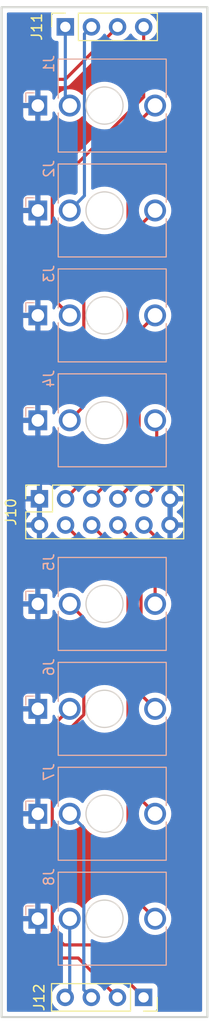
<source format=kicad_pcb>
(kicad_pcb (version 20211014) (generator pcbnew)
  (title_block (title "8x1 4HE Generic Jacks") (date "2023-01-08") (rev "1") (company "moPsy"))
  (layers (0 "F.Cu" signal) (31 "B.Cu" signal) (34 "B.Paste" user) (35 "F.Paste" user) (36 "B.SilkS" user "B.Silkscreen") (37 "F.SilkS" user "F.Silkscreen") (38 "B.Mask" user) (39 "F.Mask" user) (44 "Edge.Cuts" user))
  (net 0 "")
  (net 1 "GND")
  (net 2 "T1")
  (net 3 "TN1")
  (net 4 "T2")
  (net 5 "TN2")
  (net 6 "T3")
  (net 7 "TN3")
  (net 8 "T4")
  (net 9 "TN4")
  (net 10 "T5")
  (net 11 "TN5")
  (net 12 "T6")
  (net 13 "TN6")
  (net 14 "T7")
  (net 15 "TN7")
  (net 16 "T8")
  (net 17 "TN8")
  (footprint "Connector_PinSocket_2.54mm:PinSocket_1x04_P2.54mm_Vertical" (layer "F.Cu") (at 130.8 149.86 -90)
    (fp_text reference "J12" (at 0 10.15 -90) (layer "F.SilkS"))
    (fp_text value "TN5-8")
    (fp_line (start -1.33 8.95) (end 1.33 8.95) (layer "F.SilkS") (width 0.12))
    (fp_line (start 0 -1.33) (end 1.33 -1.33) (layer "F.SilkS") (width 0.12))
    (fp_line (start 1.33 -1.33) (end 1.33 0) (layer "F.SilkS") (width 0.12))
    (fp_line (start -1.33 1.27) (end -1.33 8.95) (layer "F.SilkS") (width 0.12))
    (fp_line (start 1.33 1.27) (end 1.33 8.95) (layer "F.SilkS") (width 0.12))
    (fp_line (start -1.33 1.27) (end 1.33 1.27) (layer "F.SilkS") (width 0.12))
    (pad "1" thru_hole rect locked (at 0 0 270) (size 1.7 1.7) (drill 1) (layers *.Cu *.Mask) (net 11 "TN5"))
    (pad "2" thru_hole oval locked (at 0 2.54 270) (size 1.7 1.7) (drill 1) (layers *.Cu *.Mask) (net 13 "TN6"))
    (pad "3" thru_hole oval locked (at 0 5.08 270) (size 1.7 1.7) (drill 1) (layers *.Cu *.Mask) (net 15 "TN7"))
    (pad "4" thru_hole oval locked (at 0 7.62 270) (size 1.7 1.7) (drill 1) (layers *.Cu *.Mask) (net 17 "TN8"))
  )
  (footprint "Connector_PinSocket_2.54mm:PinSocket_2x06_P2.54mm_Vertical" (layer "F.Cu") (at 120.675 101.58 90)
    (fp_text reference "J10" (at -1.27 -2.77 90) (layer "F.SilkS"))
    (fp_text value "T")
    (fp_line (start -3.87 -1.33) (end -1.27 -1.33) (layer "F.SilkS") (width 0.12))
    (fp_line (start -3.87 14.03) (end 1.33 14.03) (layer "F.SilkS") (width 0.12))
    (fp_line (start -1.27 1.27) (end 1.33 1.27) (layer "F.SilkS") (width 0.12))
    (fp_line (start -1.27 -1.33) (end -1.27 1.27) (layer "F.SilkS") (width 0.12))
    (fp_line (start 1.33 -1.33) (end 1.33 0) (layer "F.SilkS") (width 0.12))
    (fp_line (start 1.33 1.27) (end 1.33 14.03) (layer "F.SilkS") (width 0.12))
    (fp_line (start -3.87 -1.33) (end -3.87 14.03) (layer "F.SilkS") (width 0.12))
    (fp_line (start 0 -1.33) (end 1.33 -1.33) (layer "F.SilkS") (width 0.12))
    (pad "1" thru_hole rect locked (at 0 0 90) (size 1.7 1.7) (drill 1) (layers *.Cu *.Mask) (net 1 "GND"))
    (pad "2" thru_hole oval locked (at -2.54 0 90) (size 1.7 1.7) (drill 1) (layers *.Cu *.Mask) (net 1 "GND"))
    (pad "3" thru_hole oval locked (at 0 2.54 90) (size 1.7 1.7) (drill 1) (layers *.Cu *.Mask) (net 2 "T1"))
    (pad "4" thru_hole oval locked (at -2.54 2.54 90) (size 1.7 1.7) (drill 1) (layers *.Cu *.Mask) (net 16 "T8"))
    (pad "5" thru_hole oval locked (at 0 5.08 90) (size 1.7 1.7) (drill 1) (layers *.Cu *.Mask) (net 4 "T2"))
    (pad "6" thru_hole oval locked (at -2.54 5.08 90) (size 1.7 1.7) (drill 1) (layers *.Cu *.Mask) (net 14 "T7"))
    (pad "7" thru_hole oval locked (at 0 7.62 90) (size 1.7 1.7) (drill 1) (layers *.Cu *.Mask) (net 6 "T3"))
    (pad "8" thru_hole oval locked (at -2.54 7.62 90) (size 1.7 1.7) (drill 1) (layers *.Cu *.Mask) (net 12 "T6"))
    (pad "9" thru_hole oval locked (at 0 10.16 90) (size 1.7 1.7) (drill 1) (layers *.Cu *.Mask) (net 8 "T4"))
    (pad "10" thru_hole oval locked (at -2.54 10.16 90) (size 1.7 1.7) (drill 1) (layers *.Cu *.Mask) (net 10 "T5"))
    (pad "11" thru_hole oval locked (at 0 12.7 90) (size 1.7 1.7) (drill 1) (layers *.Cu *.Mask) (net 1 "GND"))
    (pad "12" thru_hole oval locked (at -2.54 12.7 90) (size 1.7 1.7) (drill 1) (layers *.Cu *.Mask) (net 1 "GND"))
  )
  (footprint "Connector_PinSocket_2.54mm:PinSocket_1x04_P2.54mm_Vertical" (layer "F.Cu") (at 123.19 55.88 90)
    (fp_text reference "J11" (at 0 -2.77 90) (layer "F.SilkS"))
    (fp_text value "TN1-4")
    (fp_line (start -1.33 1.27) (end 1.33 1.27) (layer "F.SilkS") (width 0.12))
    (fp_line (start 1.33 1.27) (end 1.33 8.95) (layer "F.SilkS") (width 0.12))
    (fp_line (start -1.33 8.95) (end 1.33 8.95) (layer "F.SilkS") (width 0.12))
    (fp_line (start 1.33 -1.33) (end 1.33 0) (layer "F.SilkS") (width 0.12))
    (fp_line (start 0 -1.33) (end 1.33 -1.33) (layer "F.SilkS") (width 0.12))
    (fp_line (start -1.33 1.27) (end -1.33 8.95) (layer "F.SilkS") (width 0.12))
    (pad "1" thru_hole rect locked (at 0 0 90) (size 1.7 1.7) (drill 1) (layers *.Cu *.Mask) (net 3 "TN1"))
    (pad "2" thru_hole oval locked (at 0 2.54 90) (size 1.7 1.7) (drill 1) (layers *.Cu *.Mask) (net 5 "TN2"))
    (pad "3" thru_hole oval locked (at 0 5.08 90) (size 1.7 1.7) (drill 1) (layers *.Cu *.Mask) (net 7 "TN3"))
    (pad "4" thru_hole oval locked (at 0 7.62 90) (size 1.7 1.7) (drill 1) (layers *.Cu *.Mask) (net 9 "TN4"))
  )
  (footprint "Connector_Audio:Jack_3.5mm_QingPu_WQP-PJ398SM_Vertical_CircularHoles" (layer "B.Cu") (at 120.52023 142.24 -90)
    (fp_text reference "J8" (at -4.03 -1.08 90) (layer "B.SilkS") (effects (justify mirror)))
    (fp_text value "J8")
    (fp_line (start -0.72 -1.98) (end -4.5 -1.98) (layer "B.SilkS") (width 0.12))
    (fp_line (start 4.5 -1.98) (end 4.5 -12.48) (layer "B.SilkS") (width 0.12))
    (fp_line (start -1.23 1.17) (end -1.23 0.37) (layer "B.SilkS") (width 0.12))
    (fp_line (start -0.8 -12.48) (end -4.5 -12.48) (layer "B.SilkS") (width 0.12))
    (fp_line (start 4.5 -12.48) (end 0.8 -12.48) (layer "B.SilkS") (width 0.12))
    (fp_line (start -4.5 -1.98) (end -4.5 -12.48) (layer "B.SilkS") (width 0.12))
    (fp_line (start -1.23 1.17) (end -0.37 1.17) (layer "B.SilkS") (width 0.12))
    (fp_line (start 4.5 -1.98) (end 0.72 -1.98) (layer "B.SilkS") (width 0.12))
    (fp_circle (center 0 -6.48) (end 1.8 -6.48) (layer "B.SilkS") (width 0.12) (fill none))
    (pad "S" thru_hole rect locked (at 0 0 90) (size 1.93 1.83) (drill 1.22) (layers *.Cu *.Mask) (net 1 "GND"))
    (pad "T" thru_hole circle locked (at 0 -11.4 90) (size 2.13 2.13) (drill 1.43) (layers *.Cu *.Mask) (net 16 "T8"))
    (pad "TN" thru_hole circle locked (at 0 -3.1 90) (size 2.13 2.13) (drill 1.42) (layers *.Cu *.Mask) (net 17 "TN8"))
    (zone (net 0) (net_name "") (layer "B.Cu") (connect_pads (clearance 0)) (min_thickness 0.254)
      (keepout (tracks not_allowed) (vias not_allowed) (pads not_allowed) (copperpour not_allowed) (footprints not_allowed))
      (fill (thermal_gap 0.508) (thermal_bridge_width 0.508))
      (polygon (pts (xy 127.00023 143.745141) (xy 126.754401 143.72493) (xy 126.515175 143.664841) (xy 126.288974 143.566486) (xy 126.081875 143.432508) (xy 125.89944 143.266504) (xy 125.746566 143.072932) (xy 125.627361 142.856992) (xy 125.545024 142.624482) (xy 125.501769 142.381646) (xy 125.498755 142.135007) (xy 125.536065 141.891187) (xy 125.612696 141.656734) (xy 125.72659 141.437946) (xy 125.874688 141.240697) (xy 126.053014 141.070286) (xy 126.256778 140.931288) (xy 126.480508 140.827436) (xy 126.718195 140.761519) (xy 126.963456 140.735308) (xy 127.209705 140.749507) (xy 127.450329 140.803734) (xy 127.678864 140.896532) (xy 127.889175 141.025411) (xy 128.075612 141.186908) (xy 128.233169 141.376687) (xy 128.357615 141.58965) (xy 128.445607 141.820079) (xy 128.494783 142.061785) (xy 128.503822 142.308278) (xy 128.47248 142.552936) (xy 128.4016 142.789191) (xy 128.293086 143.010697) (xy 128.149851 143.211505) (xy 127.975742 143.386223) (xy 127.775435 143.530158) (xy 127.554309 143.639445) (xy 127.318304 143.711149) (xy 127.073756 143.743344)))
    )
  )
  (footprint "Connector_Audio:Jack_3.5mm_QingPu_WQP-PJ398SM_Vertical_CircularHoles" (layer "B.Cu") (at 120.52023 132.08 -90)
    (fp_text reference "J7" (at -4.03 -1.08 90) (layer "B.SilkS") (effects (justify mirror)))
    (fp_text value "J7")
    (fp_line (start -4.5 -1.98) (end -4.5 -12.48) (layer "B.SilkS") (width 0.12))
    (fp_line (start 4.5 -12.48) (end 0.8 -12.48) (layer "B.SilkS") (width 0.12))
    (fp_line (start -0.72 -1.98) (end -4.5 -1.98) (layer "B.SilkS") (width 0.12))
    (fp_line (start -1.23 1.17) (end -1.23 0.37) (layer "B.SilkS") (width 0.12))
    (fp_line (start -0.8 -12.48) (end -4.5 -12.48) (layer "B.SilkS") (width 0.12))
    (fp_line (start 4.5 -1.98) (end 0.72 -1.98) (layer "B.SilkS") (width 0.12))
    (fp_line (start -1.23 1.17) (end -0.37 1.17) (layer "B.SilkS") (width 0.12))
    (fp_line (start 4.5 -1.98) (end 4.5 -12.48) (layer "B.SilkS") (width 0.12))
    (fp_circle (center 0 -6.48) (end 1.8 -6.48) (layer "B.SilkS") (width 0.12) (fill none))
    (pad "S" thru_hole rect locked (at 0 0 90) (size 1.93 1.83) (drill 1.22) (layers *.Cu *.Mask) (net 1 "GND"))
    (pad "T" thru_hole circle locked (at 0 -11.4 90) (size 2.13 2.13) (drill 1.43) (layers *.Cu *.Mask) (net 14 "T7"))
    (pad "TN" thru_hole circle locked (at 0 -3.1 90) (size 2.13 2.13) (drill 1.42) (layers *.Cu *.Mask) (net 15 "TN7"))
    (zone (net 0) (net_name "") (layer "B.Cu") (connect_pads (clearance 0)) (min_thickness 0.254)
      (keepout (tracks not_allowed) (vias not_allowed) (pads not_allowed) (copperpour not_allowed) (footprints not_allowed))
      (fill (thermal_gap 0.508) (thermal_bridge_width 0.508))
      (polygon (pts (xy 127.00023 133.585141) (xy 126.754401 133.56493) (xy 126.515175 133.504841) (xy 126.288974 133.406486) (xy 126.081875 133.272508) (xy 125.89944 133.106504) (xy 125.746566 132.912932) (xy 125.627361 132.696992) (xy 125.545024 132.464482) (xy 125.501769 132.221646) (xy 125.498755 131.975007) (xy 125.536065 131.731187) (xy 125.612696 131.496734) (xy 125.72659 131.277946) (xy 125.874688 131.080697) (xy 126.053014 130.910286) (xy 126.256778 130.771288) (xy 126.480508 130.667436) (xy 126.718195 130.601519) (xy 126.963456 130.575308) (xy 127.209705 130.589507) (xy 127.450329 130.643734) (xy 127.678864 130.736532) (xy 127.889175 130.865411) (xy 128.075612 131.026908) (xy 128.233169 131.216687) (xy 128.357615 131.42965) (xy 128.445607 131.660079) (xy 128.494783 131.901785) (xy 128.503822 132.148278) (xy 128.47248 132.392936) (xy 128.4016 132.629191) (xy 128.293086 132.850697) (xy 128.149851 133.051505) (xy 127.975742 133.226223) (xy 127.775435 133.370158) (xy 127.554309 133.479445) (xy 127.318304 133.551149) (xy 127.073756 133.583344)))
    )
  )
  (footprint "Connector_Audio:Jack_3.5mm_QingPu_WQP-PJ398SM_Vertical_CircularHoles" (layer "B.Cu") (at 120.52023 121.92 -90)
    (fp_text reference "J6" (at -4.03 -1.08 90) (layer "B.SilkS") (effects (justify mirror)))
    (fp_text value "J6")
    (fp_line (start -1.23 1.17) (end -0.37 1.17) (layer "B.SilkS") (width 0.12))
    (fp_line (start -4.5 -1.98) (end -4.5 -12.48) (layer "B.SilkS") (width 0.12))
    (fp_line (start 4.5 -1.98) (end 0.72 -1.98) (layer "B.SilkS") (width 0.12))
    (fp_line (start 4.5 -1.98) (end 4.5 -12.48) (layer "B.SilkS") (width 0.12))
    (fp_line (start -0.8 -12.48) (end -4.5 -12.48) (layer "B.SilkS") (width 0.12))
    (fp_line (start 4.5 -12.48) (end 0.8 -12.48) (layer "B.SilkS") (width 0.12))
    (fp_line (start -1.23 1.17) (end -1.23 0.37) (layer "B.SilkS") (width 0.12))
    (fp_line (start -0.72 -1.98) (end -4.5 -1.98) (layer "B.SilkS") (width 0.12))
    (fp_circle (center 0 -6.48) (end 1.8 -6.48) (layer "B.SilkS") (width 0.12) (fill none))
    (pad "S" thru_hole rect locked (at 0 0 90) (size 1.93 1.83) (drill 1.22) (layers *.Cu *.Mask) (net 1 "GND"))
    (pad "T" thru_hole circle locked (at 0 -11.4 90) (size 2.13 2.13) (drill 1.43) (layers *.Cu *.Mask) (net 12 "T6"))
    (pad "TN" thru_hole circle locked (at 0 -3.1 90) (size 2.13 2.13) (drill 1.42) (layers *.Cu *.Mask) (net 13 "TN6"))
    (zone (net 0) (net_name "") (layer "B.Cu") (connect_pads (clearance 0)) (min_thickness 0.254)
      (keepout (tracks not_allowed) (vias not_allowed) (pads not_allowed) (copperpour not_allowed) (footprints not_allowed))
      (fill (thermal_gap 0.508) (thermal_bridge_width 0.508))
      (polygon (pts (xy 127.00023 123.425141) (xy 126.754401 123.40493) (xy 126.515175 123.344841) (xy 126.288974 123.246486) (xy 126.081875 123.112508) (xy 125.89944 122.946504) (xy 125.746566 122.752932) (xy 125.627361 122.536992) (xy 125.545024 122.304482) (xy 125.501769 122.061646) (xy 125.498755 121.815007) (xy 125.536065 121.571187) (xy 125.612696 121.336734) (xy 125.72659 121.117946) (xy 125.874688 120.920697) (xy 126.053014 120.750286) (xy 126.256778 120.611288) (xy 126.480508 120.507436) (xy 126.718195 120.441519) (xy 126.963456 120.415308) (xy 127.209705 120.429507) (xy 127.450329 120.483734) (xy 127.678864 120.576532) (xy 127.889175 120.705411) (xy 128.075612 120.866908) (xy 128.233169 121.056687) (xy 128.357615 121.26965) (xy 128.445607 121.500079) (xy 128.494783 121.741785) (xy 128.503822 121.988278) (xy 128.47248 122.232936) (xy 128.4016 122.469191) (xy 128.293086 122.690697) (xy 128.149851 122.891505) (xy 127.975742 123.066223) (xy 127.775435 123.210158) (xy 127.554309 123.319445) (xy 127.318304 123.391149) (xy 127.073756 123.423344)))
    )
  )
  (footprint "Connector_Audio:Jack_3.5mm_QingPu_WQP-PJ398SM_Vertical_CircularHoles" (layer "B.Cu") (at 120.52023 63.5 -90)
    (fp_text reference "J1" (at -4.03 -1.08 90) (layer "B.SilkS") (effects (justify mirror)))
    (fp_text value "J1")
    (fp_line (start -1.23 1.17) (end -1.23 0.37) (layer "B.SilkS") (width 0.12))
    (fp_line (start 4.5 -1.98) (end 0.72 -1.98) (layer "B.SilkS") (width 0.12))
    (fp_line (start 4.5 -12.48) (end 0.8 -12.48) (layer "B.SilkS") (width 0.12))
    (fp_line (start -4.5 -1.98) (end -4.5 -12.48) (layer "B.SilkS") (width 0.12))
    (fp_line (start -1.23 1.17) (end -0.37 1.17) (layer "B.SilkS") (width 0.12))
    (fp_line (start -0.8 -12.48) (end -4.5 -12.48) (layer "B.SilkS") (width 0.12))
    (fp_line (start 4.5 -1.98) (end 4.5 -12.48) (layer "B.SilkS") (width 0.12))
    (fp_line (start -0.72 -1.98) (end -4.5 -1.98) (layer "B.SilkS") (width 0.12))
    (fp_circle (center 0 -6.48) (end 1.8 -6.48) (layer "B.SilkS") (width 0.12) (fill none))
    (pad "S" thru_hole rect locked (at 0 0 90) (size 1.93 1.83) (drill 1.22) (layers *.Cu *.Mask) (net 1 "GND"))
    (pad "T" thru_hole circle locked (at 0 -11.4 90) (size 2.13 2.13) (drill 1.43) (layers *.Cu *.Mask) (net 2 "T1"))
    (pad "TN" thru_hole circle locked (at 0 -3.1 90) (size 2.13 2.13) (drill 1.42) (layers *.Cu *.Mask) (net 3 "TN1"))
    (zone (net 0) (net_name "") (layer "B.Cu") (connect_pads (clearance 0)) (min_thickness 0.254)
      (keepout (tracks not_allowed) (vias not_allowed) (pads not_allowed) (copperpour not_allowed) (footprints not_allowed))
      (fill (thermal_gap 0.508) (thermal_bridge_width 0.508))
      (polygon (pts (xy 127.00023 65.005141) (xy 126.754401 64.98493) (xy 126.515175 64.924841) (xy 126.288974 64.826486) (xy 126.081875 64.692508) (xy 125.89944 64.526504) (xy 125.746566 64.332932) (xy 125.627361 64.116992) (xy 125.545024 63.884482) (xy 125.501769 63.641646) (xy 125.498755 63.395007) (xy 125.536065 63.151187) (xy 125.612696 62.916734) (xy 125.72659 62.697946) (xy 125.874688 62.500697) (xy 126.053014 62.330286) (xy 126.256778 62.191288) (xy 126.480508 62.087436) (xy 126.718195 62.021519) (xy 126.963456 61.995308) (xy 127.209705 62.009507) (xy 127.450329 62.063734) (xy 127.678864 62.156532) (xy 127.889175 62.285411) (xy 128.075612 62.446908) (xy 128.233169 62.636687) (xy 128.357615 62.84965) (xy 128.445607 63.080079) (xy 128.494783 63.321785) (xy 128.503822 63.568278) (xy 128.47248 63.812936) (xy 128.4016 64.049191) (xy 128.293086 64.270697) (xy 128.149851 64.471505) (xy 127.975742 64.646223) (xy 127.775435 64.790158) (xy 127.554309 64.899445) (xy 127.318304 64.971149) (xy 127.073756 65.003344)))
    )
  )
  (footprint "Connector_Audio:Jack_3.5mm_QingPu_WQP-PJ398SM_Vertical_CircularHoles" (layer "B.Cu") (at 120.52023 73.66 -90)
    (fp_text reference "J2" (at -4.03 -1.08 90) (layer "B.SilkS") (effects (justify mirror)))
    (fp_text value "J2")
    (fp_line (start 4.5 -1.98) (end 4.5 -12.48) (layer "B.SilkS") (width 0.12))
    (fp_line (start -0.8 -12.48) (end -4.5 -12.48) (layer "B.SilkS") (width 0.12))
    (fp_line (start -1.23 1.17) (end -1.23 0.37) (layer "B.SilkS") (width 0.12))
    (fp_line (start 4.5 -12.48) (end 0.8 -12.48) (layer "B.SilkS") (width 0.12))
    (fp_line (start 4.5 -1.98) (end 0.72 -1.98) (layer "B.SilkS") (width 0.12))
    (fp_line (start -0.72 -1.98) (end -4.5 -1.98) (layer "B.SilkS") (width 0.12))
    (fp_line (start -1.23 1.17) (end -0.37 1.17) (layer "B.SilkS") (width 0.12))
    (fp_line (start -4.5 -1.98) (end -4.5 -12.48) (layer "B.SilkS") (width 0.12))
    (fp_circle (center 0 -6.48) (end 1.8 -6.48) (layer "B.SilkS") (width 0.12) (fill none))
    (pad "S" thru_hole rect locked (at 0 0 90) (size 1.93 1.83) (drill 1.22) (layers *.Cu *.Mask) (net 1 "GND"))
    (pad "T" thru_hole circle locked (at 0 -11.4 90) (size 2.13 2.13) (drill 1.43) (layers *.Cu *.Mask) (net 4 "T2"))
    (pad "TN" thru_hole circle locked (at 0 -3.1 90) (size 2.13 2.13) (drill 1.42) (layers *.Cu *.Mask) (net 5 "TN2"))
    (zone (net 0) (net_name "") (layer "B.Cu") (connect_pads (clearance 0)) (min_thickness 0.254)
      (keepout (tracks not_allowed) (vias not_allowed) (pads not_allowed) (copperpour not_allowed) (footprints not_allowed))
      (fill (thermal_gap 0.508) (thermal_bridge_width 0.508))
      (polygon (pts (xy 127.00023 75.165141) (xy 126.754401 75.14493) (xy 126.515175 75.084841) (xy 126.288974 74.986486) (xy 126.081875 74.852508) (xy 125.89944 74.686504) (xy 125.746566 74.492932) (xy 125.627361 74.276992) (xy 125.545024 74.044482) (xy 125.501769 73.801646) (xy 125.498755 73.555007) (xy 125.536065 73.311187) (xy 125.612696 73.076734) (xy 125.72659 72.857946) (xy 125.874688 72.660697) (xy 126.053014 72.490286) (xy 126.256778 72.351288) (xy 126.480508 72.247436) (xy 126.718195 72.181519) (xy 126.963456 72.155308) (xy 127.209705 72.169507) (xy 127.450329 72.223734) (xy 127.678864 72.316532) (xy 127.889175 72.445411) (xy 128.075612 72.606908) (xy 128.233169 72.796687) (xy 128.357615 73.00965) (xy 128.445607 73.240079) (xy 128.494783 73.481785) (xy 128.503822 73.728278) (xy 128.47248 73.972936) (xy 128.4016 74.209191) (xy 128.293086 74.430697) (xy 128.149851 74.631505) (xy 127.975742 74.806223) (xy 127.775435 74.950158) (xy 127.554309 75.059445) (xy 127.318304 75.131149) (xy 127.073756 75.163344)))
    )
  )
  (footprint "Connector_Audio:Jack_3.5mm_QingPu_WQP-PJ398SM_Vertical_CircularHoles" (layer "B.Cu") (at 120.52023 83.82 -90)
    (fp_text reference "J3" (at -4.03 -1.08 90) (layer "B.SilkS") (effects (justify mirror)))
    (fp_text value "J3")
    (fp_line (start -1.23 1.17) (end -1.23 0.37) (layer "B.SilkS") (width 0.12))
    (fp_line (start 4.5 -1.98) (end 0.72 -1.98) (layer "B.SilkS") (width 0.12))
    (fp_line (start 4.5 -12.48) (end 0.8 -12.48) (layer "B.SilkS") (width 0.12))
    (fp_line (start 4.5 -1.98) (end 4.5 -12.48) (layer "B.SilkS") (width 0.12))
    (fp_line (start -0.8 -12.48) (end -4.5 -12.48) (layer "B.SilkS") (width 0.12))
    (fp_line (start -1.23 1.17) (end -0.37 1.17) (layer "B.SilkS") (width 0.12))
    (fp_line (start -0.72 -1.98) (end -4.5 -1.98) (layer "B.SilkS") (width 0.12))
    (fp_line (start -4.5 -1.98) (end -4.5 -12.48) (layer "B.SilkS") (width 0.12))
    (fp_circle (center 0 -6.48) (end 1.8 -6.48) (layer "B.SilkS") (width 0.12) (fill none))
    (pad "S" thru_hole rect locked (at 0 0 90) (size 1.93 1.83) (drill 1.22) (layers *.Cu *.Mask) (net 1 "GND"))
    (pad "T" thru_hole circle locked (at 0 -11.4 90) (size 2.13 2.13) (drill 1.43) (layers *.Cu *.Mask) (net 6 "T3"))
    (pad "TN" thru_hole circle locked (at 0 -3.1 90) (size 2.13 2.13) (drill 1.42) (layers *.Cu *.Mask) (net 7 "TN3"))
    (zone (net 0) (net_name "") (layer "B.Cu") (connect_pads (clearance 0)) (min_thickness 0.254)
      (keepout (tracks not_allowed) (vias not_allowed) (pads not_allowed) (copperpour not_allowed) (footprints not_allowed))
      (fill (thermal_gap 0.508) (thermal_bridge_width 0.508))
      (polygon (pts (xy 127.00023 85.325141) (xy 126.754401 85.30493) (xy 126.515175 85.244841) (xy 126.288974 85.146486) (xy 126.081875 85.012508) (xy 125.89944 84.846504) (xy 125.746566 84.652932) (xy 125.627361 84.436992) (xy 125.545024 84.204482) (xy 125.501769 83.961646) (xy 125.498755 83.715007) (xy 125.536065 83.471187) (xy 125.612696 83.236734) (xy 125.72659 83.017946) (xy 125.874688 82.820697) (xy 126.053014 82.650286) (xy 126.256778 82.511288) (xy 126.480508 82.407436) (xy 126.718195 82.341519) (xy 126.963456 82.315308) (xy 127.209705 82.329507) (xy 127.450329 82.383734) (xy 127.678864 82.476532) (xy 127.889175 82.605411) (xy 128.075612 82.766908) (xy 128.233169 82.956687) (xy 128.357615 83.16965) (xy 128.445607 83.400079) (xy 128.494783 83.641785) (xy 128.503822 83.888278) (xy 128.47248 84.132936) (xy 128.4016 84.369191) (xy 128.293086 84.590697) (xy 128.149851 84.791505) (xy 127.975742 84.966223) (xy 127.775435 85.110158) (xy 127.554309 85.219445) (xy 127.318304 85.291149) (xy 127.073756 85.323344)))
    )
  )
  (footprint "Connector_Audio:Jack_3.5mm_QingPu_WQP-PJ398SM_Vertical_CircularHoles" (layer "B.Cu") (at 120.52023 93.98 -90)
    (fp_text reference "J4" (at -4.03 -1.08 90) (layer "B.SilkS") (effects (justify mirror)))
    (fp_text value "J4")
    (fp_line (start 4.5 -1.98) (end 0.72 -1.98) (layer "B.SilkS") (width 0.12))
    (fp_line (start 4.5 -1.98) (end 4.5 -12.48) (layer "B.SilkS") (width 0.12))
    (fp_line (start -0.72 -1.98) (end -4.5 -1.98) (layer "B.SilkS") (width 0.12))
    (fp_line (start -4.5 -1.98) (end -4.5 -12.48) (layer "B.SilkS") (width 0.12))
    (fp_line (start 4.5 -12.48) (end 0.8 -12.48) (layer "B.SilkS") (width 0.12))
    (fp_line (start -0.8 -12.48) (end -4.5 -12.48) (layer "B.SilkS") (width 0.12))
    (fp_line (start -1.23 1.17) (end -0.37 1.17) (layer "B.SilkS") (width 0.12))
    (fp_line (start -1.23 1.17) (end -1.23 0.37) (layer "B.SilkS") (width 0.12))
    (fp_circle (center 0 -6.48) (end 1.8 -6.48) (layer "B.SilkS") (width 0.12) (fill none))
    (pad "S" thru_hole rect locked (at 0 0 90) (size 1.93 1.83) (drill 1.22) (layers *.Cu *.Mask) (net 1 "GND"))
    (pad "T" thru_hole circle locked (at 0 -11.4 90) (size 2.13 2.13) (drill 1.43) (layers *.Cu *.Mask) (net 8 "T4"))
    (pad "TN" thru_hole circle locked (at 0 -3.1 90) (size 2.13 2.13) (drill 1.42) (layers *.Cu *.Mask) (net 9 "TN4"))
    (zone (net 0) (net_name "") (layer "B.Cu") (connect_pads (clearance 0)) (min_thickness 0.254)
      (keepout (tracks not_allowed) (vias not_allowed) (pads not_allowed) (copperpour not_allowed) (footprints not_allowed))
      (fill (thermal_gap 0.508) (thermal_bridge_width 0.508))
      (polygon (pts (xy 127.00023 95.485141) (xy 126.754401 95.46493) (xy 126.515175 95.404841) (xy 126.288974 95.306486) (xy 126.081875 95.172508) (xy 125.89944 95.006504) (xy 125.746566 94.812932) (xy 125.627361 94.596992) (xy 125.545024 94.364482) (xy 125.501769 94.121646) (xy 125.498755 93.875007) (xy 125.536065 93.631187) (xy 125.612696 93.396734) (xy 125.72659 93.177946) (xy 125.874688 92.980697) (xy 126.053014 92.810286) (xy 126.256778 92.671288) (xy 126.480508 92.567436) (xy 126.718195 92.501519) (xy 126.963456 92.475308) (xy 127.209705 92.489507) (xy 127.450329 92.543734) (xy 127.678864 92.636532) (xy 127.889175 92.765411) (xy 128.075612 92.926908) (xy 128.233169 93.116687) (xy 128.357615 93.32965) (xy 128.445607 93.560079) (xy 128.494783 93.801785) (xy 128.503822 94.048278) (xy 128.47248 94.292936) (xy 128.4016 94.529191) (xy 128.293086 94.750697) (xy 128.149851 94.951505) (xy 127.975742 95.126223) (xy 127.775435 95.270158) (xy 127.554309 95.379445) (xy 127.318304 95.451149) (xy 127.073756 95.483344)))
    )
  )
  (footprint "Connector_Audio:Jack_3.5mm_QingPu_WQP-PJ398SM_Vertical_CircularHoles" (layer "B.Cu") (at 120.52023 111.76 -90)
    (fp_text reference "J5" (at -4.03 -1.08 90) (layer "B.SilkS") (effects (justify mirror)))
    (fp_text value "J5")
    (fp_line (start -0.72 -1.98) (end -4.5 -1.98) (layer "B.SilkS") (width 0.12))
    (fp_line (start -4.5 -1.98) (end -4.5 -12.48) (layer "B.SilkS") (width 0.12))
    (fp_line (start -1.23 1.17) (end -0.37 1.17) (layer "B.SilkS") (width 0.12))
    (fp_line (start -0.8 -12.48) (end -4.5 -12.48) (layer "B.SilkS") (width 0.12))
    (fp_line (start 4.5 -1.98) (end 4.5 -12.48) (layer "B.SilkS") (width 0.12))
    (fp_line (start -1.23 1.17) (end -1.23 0.37) (layer "B.SilkS") (width 0.12))
    (fp_line (start 4.5 -1.98) (end 0.72 -1.98) (layer "B.SilkS") (width 0.12))
    (fp_line (start 4.5 -12.48) (end 0.8 -12.48) (layer "B.SilkS") (width 0.12))
    (fp_circle (center 0 -6.48) (end 1.8 -6.48) (layer "B.SilkS") (width 0.12) (fill none))
    (pad "S" thru_hole rect locked (at 0 0 90) (size 1.93 1.83) (drill 1.22) (layers *.Cu *.Mask) (net 1 "GND"))
    (pad "T" thru_hole circle locked (at 0 -11.4 90) (size 2.13 2.13) (drill 1.43) (layers *.Cu *.Mask) (net 10 "T5"))
    (pad "TN" thru_hole circle locked (at 0 -3.1 90) (size 2.13 2.13) (drill 1.42) (layers *.Cu *.Mask) (net 11 "TN5"))
    (zone (net 0) (net_name "") (layer "B.Cu") (connect_pads (clearance 0)) (min_thickness 0.254)
      (keepout (tracks not_allowed) (vias not_allowed) (pads not_allowed) (copperpour not_allowed) (footprints not_allowed))
      (fill (thermal_gap 0.508) (thermal_bridge_width 0.508))
      (polygon (pts (xy 127.00023 113.265141) (xy 126.754401 113.24493) (xy 126.515175 113.184841) (xy 126.288974 113.086486) (xy 126.081875 112.952508) (xy 125.89944 112.786504) (xy 125.746566 112.592932) (xy 125.627361 112.376992) (xy 125.545024 112.144482) (xy 125.501769 111.901646) (xy 125.498755 111.655007) (xy 125.536065 111.411187) (xy 125.612696 111.176734) (xy 125.72659 110.957946) (xy 125.874688 110.760697) (xy 126.053014 110.590286) (xy 126.256778 110.451288) (xy 126.480508 110.347436) (xy 126.718195 110.281519) (xy 126.963456 110.255308) (xy 127.209705 110.269507) (xy 127.450329 110.323734) (xy 127.678864 110.416532) (xy 127.889175 110.545411) (xy 128.075612 110.706908) (xy 128.233169 110.896687) (xy 128.357615 111.10965) (xy 128.445607 111.340079) (xy 128.494783 111.581785) (xy 128.503822 111.828278) (xy 128.47248 112.072936) (xy 128.4016 112.309191) (xy 128.293086 112.530697) (xy 128.149851 112.731505) (xy 127.975742 112.906223) (xy 127.775435 113.050158) (xy 127.554309 113.159445) (xy 127.318304 113.231149) (xy 127.073756 113.263344)))
    )
  )
  (gr_circle locked (center 127 83.82) (end 128.27 85.09) (layer "Edge.Cuts") (width 0.1) (fill none))
  (gr_line locked (start 137 151.765) (end 137 53.975) (layer "Edge.Cuts") (width 0.2))
  (gr_circle locked (center 127 132.08) (end 128.27 133.35) (layer "Edge.Cuts") (width 0.1) (fill none))
  (gr_line locked (start 137 53.975) (end 117 53.975) (layer "Edge.Cuts") (width 0.2))
  (gr_circle locked (center 127 121.92) (end 128.27 123.19) (layer "Edge.Cuts") (width 0.1) (fill none))
  (gr_circle locked (center 127 93.98) (end 128.27 95.25) (layer "Edge.Cuts") (width 0.1) (fill none))
  (gr_circle locked (center 127 111.76) (end 128.27 113.03) (layer "Edge.Cuts") (width 0.1) (fill none))
  (gr_line locked (start 117 53.975) (end 117 151.765) (layer "Edge.Cuts") (width 0.2))
  (gr_circle locked (center 127 142.24) (end 128.27 143.51) (layer "Edge.Cuts") (width 0.1) (fill none))
  (gr_line locked (start 117 151.765) (end 137 151.765) (layer "Edge.Cuts") (width 0.2))
  (gr_circle locked (center 127 63.5) (end 128.27 64.77) (layer "Edge.Cuts") (width 0.1) (fill none))
  (gr_circle locked (center 127 73.66) (end 128.27 74.93) (layer "Edge.Cuts") (width 0.1) (fill none))
  (segment (start 129.286 66.13423) (end 129.286 95.494) (width 0.3048) (layer "F.Cu") (net 2))
  (segment (start 129.286 95.494) (end 123.2 101.58) (width 0.3048) (layer "F.Cu") (net 2))
  (segment (start 131.92023 63.5) (end 129.286 66.13423) (width 0.3048) (layer "F.Cu") (net 2))
  (segment (start 123.19 63.06977) (end 123.62023 63.5) (width 0.3048) (layer "B.Cu") (net 3))
  (segment (start 123.19 56.31023) (end 123.62023 55.88) (width 0.3048) (layer "B.Cu") (net 3))
  (segment (start 123.19 55.88) (end 123.19 63.06977) (width 0.3048) (layer "B.Cu") (net 3))
  (segment (start 129.794 97.526) (end 125.74 101.58) (width 0.3048) (layer "F.Cu") (net 4))
  (segment (start 129.794 75.78623) (end 129.794 97.526) (width 0.3048) (layer "F.Cu") (net 4))
  (segment (start 131.92023 73.66) (end 129.794 75.78623) (width 0.3048) (layer "F.Cu") (net 4))
  (segment (start 125.048036 72.232194) (end 123.62023 73.66) (width 0.3048) (layer "B.Cu") (net 5))
  (segment (start 125.73 55.88) (end 125.048036 56.561964) (width 0.3048) (layer "B.Cu") (net 5))
  (segment (start 125.048036 56.561964) (end 125.048036 72.232194) (width 0.3048) (layer "B.Cu") (net 5))
  (segment (start 131.92023 83.82) (end 130.3628 85.37743) (width 0.3048) (layer "F.Cu") (net 6))
  (segment (start 130.3628 85.37743) (end 130.3628 99.4972) (width 0.3048) (layer "F.Cu") (net 6))
  (segment (start 130.3628 99.4972) (end 128.28 101.58) (width 0.3048) (layer "F.Cu") (net 6))
  (segment (start 123.19 60.96) (end 128.27 55.88) (width 0.3048) (layer "F.Cu") (net 7))
  (segment (start 118.11 78.30977) (end 118.11 62.23) (width 0.3048) (layer "F.Cu") (net 7))
  (segment (start 118.11 62.23) (end 119.38 60.96) (width 0.3048) (layer "F.Cu") (net 7))
  (segment (start 123.62023 83.82) (end 118.11 78.30977) (width 0.3048) (layer "F.Cu") (net 7))
  (segment (start 119.38 60.96) (end 123.19 60.96) (width 0.3048) (layer "F.Cu") (net 7))
  (segment (start 132.08 94.13977) (end 131.92023 93.98) (width 0.3048) (layer "F.Cu") (net 8))
  (segment (start 132.08 100.32) (end 132.08 94.13977) (width 0.3048) (layer "F.Cu") (net 8))
  (segment (start 130.82 101.58) (end 132.08 100.32) (width 0.3048) (layer "F.Cu") (net 8))
  (segment (start 130.81 55.88) (end 130.81 62.67304) (width 0.3048) (layer "F.Cu") (net 9))
  (segment (start 124.99003 81.81003) (end 124.99003 92.6102) (width 0.3048) (layer "F.Cu") (net 9))
  (segment (start 121.92 71.56304) (end 121.92 78.74) (width 0.3048) (layer "F.Cu") (net 9))
  (segment (start 121.92 78.74) (end 124.99003 81.81003) (width 0.3048) (layer "F.Cu") (net 9))
  (segment (start 124.99003 92.6102) (end 123.62023 93.98) (width 0.3048) (layer "F.Cu") (net 9))
  (segment (start 130.81 62.67304) (end 121.92 71.56304) (width 0.3048) (layer "F.Cu") (net 9))
  (segment (start 131.92023 111.76) (end 131.92023 105.22023) (width 0.3048) (layer "F.Cu") (net 10))
  (segment (start 131.92023 105.22023) (end 130.82 104.12) (width 0.3048) (layer "F.Cu") (net 10))
  (segment (start 121.92 143.62848) (end 123.07152 144.78) (width 0.3048) (layer "F.Cu") (net 11))
  (segment (start 124.99003 122.48739) (end 121.92 125.55742) (width 0.3048) (layer "F.Cu") (net 11))
  (segment (start 125.72 144.78) (end 130.8 149.86) (width 0.3048) (layer "F.Cu") (net 11))
  (segment (start 124.99003 113.1298) (end 124.99003 122.48739) (width 0.3048) (layer "F.Cu") (net 11))
  (segment (start 121.92 125.55742) (end 121.92 143.62848) (width 0.3048) (layer "F.Cu") (net 11))
  (segment (start 123.62023 111.76) (end 124.99003 113.1298) (width 0.3048) (layer "F.Cu") (net 11))
  (segment (start 123.07152 144.78) (end 125.72 144.78) (width 0.3048) (layer "F.Cu") (net 11))
  (segment (start 130.55043 120.5502) (end 130.55043 106.39043) (width 0.3048) (layer "F.Cu") (net 12))
  (segment (start 130.55043 106.39043) (end 128.28 104.12) (width 0.3048) (layer "F.Cu") (net 12))
  (segment (start 131.92023 121.92) (end 130.55043 120.5502) (width 0.3048) (layer "F.Cu") (net 12))
  (segment (start 124.45 146.05) (end 128.26 149.86) (width 0.3048) (layer "F.Cu") (net 13))
  (segment (start 121.285 146.05) (end 124.45 146.05) (width 0.3048) (layer "F.Cu") (net 13))
  (segment (start 118.11 127.43023) (end 118.11 142.875) (width 0.3048) (layer "F.Cu") (net 13))
  (segment (start 123.62023 121.92) (end 118.11 127.43023) (width 0.3048) (layer "F.Cu") (net 13))
  (segment (start 118.11 142.875) (end 121.285 146.05) (width 0.3048) (layer "F.Cu") (net 13))
  (segment (start 131.92023 132.08) (end 129.921 130.08077) (width 0.3048) (layer "F.Cu") (net 14))
  (segment (start 129.921 108.301) (end 125.74 104.12) (width 0.3048) (layer "F.Cu") (net 14))
  (segment (start 129.921 130.08077) (end 129.921 108.301) (width 0.3048) (layer "F.Cu") (net 14))
  (segment (start 123.62023 132.08) (end 124.99003 133.4498) (width 0.3048) (layer "B.Cu") (net 15))
  (segment (start 124.99003 149.13003) (end 125.72 149.86) (width 0.3048) (layer "B.Cu") (net 15))
  (segment (start 124.99003 133.4498) (end 124.99003 149.13003) (width 0.3048) (layer "B.Cu") (net 15))
  (segment (start 129.286 110.206) (end 123.2 104.12) (width 0.3048) (layer "F.Cu") (net 16))
  (segment (start 131.92023 142.24) (end 129.286 139.60577) (width 0.3048) (layer "F.Cu") (net 16))
  (segment (start 129.286 139.60577) (end 129.286 110.206) (width 0.3048) (layer "F.Cu") (net 16))
  (segment (start 123.62023 142.24) (end 123.62023 149.41977) (width 0.3048) (layer "B.Cu") (net 17))
  (segment (start 123.62023 149.41977) (end 123.18 149.86) (width 0.3048) (layer "B.Cu") (net 17))
  (zone (net 1) (net_name "GND") (layers F&B.Cu) (connect_pads (clearance 0.508)) (min_thickness 0.254) (fill yes (thermal_gap 0.508) (thermal_bridge_width 0.508))
    (polygon (pts (xy 137.16 152.4) (xy 116.84 152.4) (xy 116.84 53.34) (xy 137.16 53.34)))
  )
)
</source>
